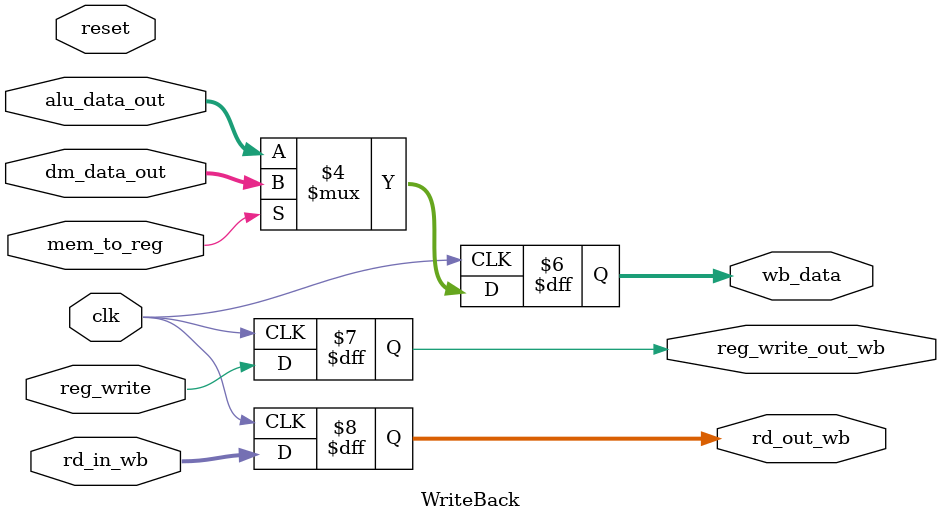
<source format=v>

module WriteBack (rd_in_wb, reg_write, mem_to_reg, alu_data_out, dm_data_out, clk, wb_data, reset, reg_write_out_wb, rd_out_wb);
//todo: add reset
input mem_to_reg, clk, reset, reg_write;
input [31:0] alu_data_out, dm_data_out;
input wire [4:0] rd_in_wb;
output reg [31:0] wb_data;
output reg reg_write_out_wb;
output reg [4:0] rd_out_wb;

reg t_reg_write_out_wb;
reg[4:0] t_rd_out_wb;
reg[31:0] t_wb_data;

always @(posedge clk)
    begin
        $display("Writeback rd_in", rd_in_wb);
        rd_out_wb <= rd_in_wb;
        reg_write_out_wb <= reg_write;
        if (mem_to_reg==1)
            wb_data <= dm_data_out;
        else
            wb_data <= alu_data_out;
    end

// always @(negedge clk)
//     begin
//         rd_out_wb = t_rd_out_wb;
//         reg_write_out_wb = t_reg_write_out_wb;
//         wb_data = t_wb_data;
//         $display("Writeback ", rd_out_wb, " ", wb_data);
//     end

// always@(posedge clk)
//     $display("Writeback ", rd_out_wb, " ", wb_data);
endmodule
</source>
